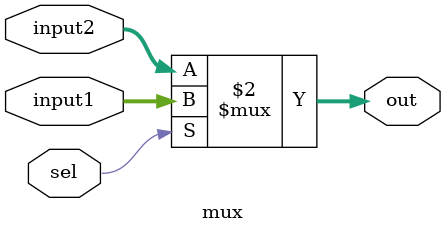
<source format=v>

module p7(result,flagz,RA1,RA2,WA,Data_in,WEn,MSe,operation,clk);
input[4:0] RA1,RA2,WA;
input[15:0] Data_in;					// Input data
input WEn,MSe;						// Write Enable and MUX Selector
input[2:0] operation;					// AlU operation code
input clk;						// Clock input
output[15:0] result;
wire[15:0] result;
output flagz;
reg[15:0] Reg[31:0];					//array of registers
integer i;
initial
begin
	for(i=0;i<32;i=i+1)
	begin
		Reg[i] = 16'b0;
	end
end				
	
wire[15:0] wire_result;
wire wzf;
ALU alu1(wire_result,wzf,operation,Reg[RA1],Reg[RA2]);		//Calling ALU

assign result = wire_result;
assign flagz = wzf;
wire [15:0] towrite;
mux mux1(towrite,result,Data_in,MSe);				// Calling MUX

always@(posedge clk)
begin
	if (WEn)
		Reg[WA] = towrite;
end
endmodule

// ALU module
module ALU(result,flagz,operation,I1,I2);
output[15:0] result;  
output flagz;     
input[15:0] I1,I2;
input[2:0] operation;
reg [15:0] result;
reg flagz;

parameter  [2:0] ADD = 3'b000,
                 SUB = 3'b001,
                 XOR = 3'b010,
                 AND = 3'b011,
                 OR = 3'b100,
                 INC = 3'b101,
                 LS = 3'b110,
                 RS = 3'b111;

// 16-bit ALU Implementation
always @(operation or I1 or I2)    
	case(operation)
		ADD :  begin result = I1+I2;flagz = (result == 16'b0); end 
		SUB :  begin result = I1-I2;flagz = (result == 16'b0); end
		XOR :  begin result = I1^I2;flagz = (result == 16'b0); end
		AND :  begin result = I1&I2;flagz = (result == 16'b0); end
		OR  :  begin result = I1|I2;flagz = (result == 16'b0); end
		INC :  begin result = I1+1;flagz = (result == 16'b0);  end
		LS  :  begin result = I1<<1;flagz = (result == 16'b0); end
		RS  :  begin result = I1>>1;flagz = (result == 16'b0); end
		default:  begin result = 16'd0;flagz = (result == 16'b0); end
	endcase
endmodule

// MUX module
module mux(out, input1, input2, sel);

output[15:0] out;				
input[15:0] input1;
input[15:0] input2;
input sel;

assign out = sel ? input1 : input2;
endmodule
</source>
